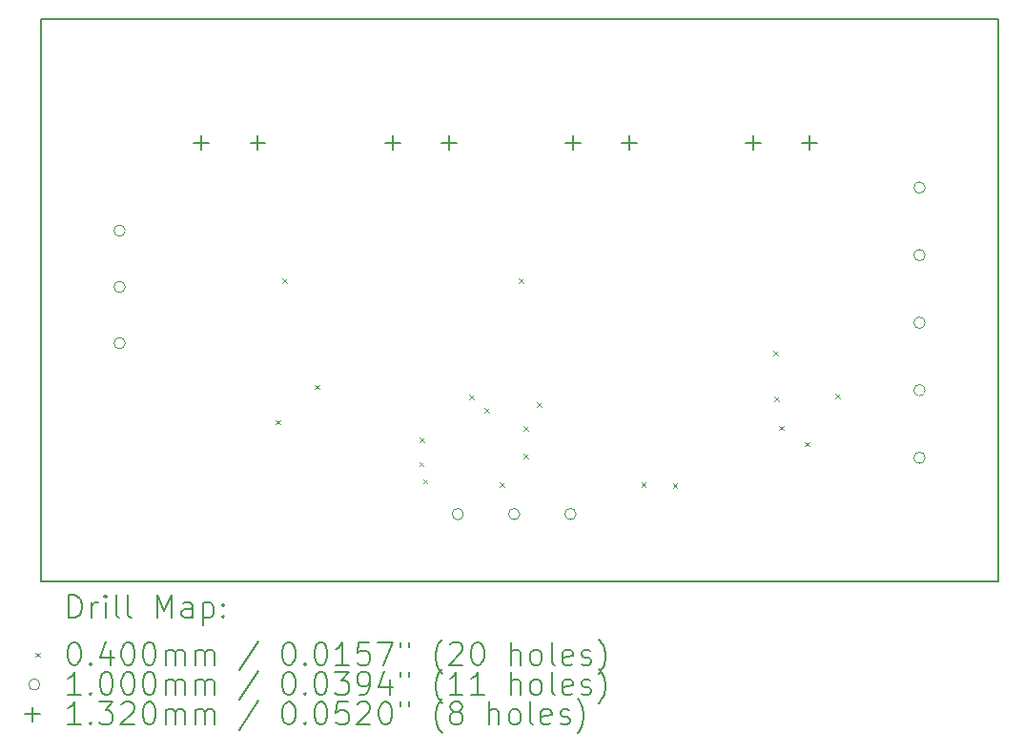
<source format=gbr>
%FSLAX45Y45*%
G04 Gerber Fmt 4.5, Leading zero omitted, Abs format (unit mm)*
G04 Created by KiCad (PCBNEW (6.0.1)) date 2022-03-07 20:23:28*
%MOMM*%
%LPD*%
G01*
G04 APERTURE LIST*
%TA.AperFunction,Profile*%
%ADD10C,0.200000*%
%TD*%
%ADD11C,0.200000*%
%ADD12C,0.040000*%
%ADD13C,0.100000*%
%ADD14C,0.132000*%
G04 APERTURE END LIST*
D10*
X8550000Y-7790000D02*
X17050000Y-7790000D01*
X17050000Y-7790000D02*
X17050000Y-12790000D01*
X17050000Y-12790000D02*
X8550000Y-12790000D01*
X8550000Y-12790000D02*
X8550000Y-7790000D01*
D11*
D12*
X10632000Y-11355000D02*
X10672000Y-11395000D01*
X10672000Y-11355000D02*
X10632000Y-11395000D01*
X10690000Y-10100000D02*
X10730000Y-10140000D01*
X10730000Y-10100000D02*
X10690000Y-10140000D01*
X10980000Y-11040000D02*
X11020000Y-11080000D01*
X11020000Y-11040000D02*
X10980000Y-11080000D01*
X11906000Y-11728000D02*
X11946000Y-11768000D01*
X11946000Y-11728000D02*
X11906000Y-11768000D01*
X11909000Y-11512000D02*
X11949000Y-11552000D01*
X11949000Y-11512000D02*
X11909000Y-11552000D01*
X11940000Y-11880000D02*
X11980000Y-11920000D01*
X11980000Y-11880000D02*
X11940000Y-11920000D01*
X12350000Y-11130000D02*
X12390000Y-11170000D01*
X12390000Y-11130000D02*
X12350000Y-11170000D01*
X12490000Y-11250000D02*
X12530000Y-11290000D01*
X12530000Y-11250000D02*
X12490000Y-11290000D01*
X12620000Y-11910000D02*
X12660000Y-11950000D01*
X12660000Y-11910000D02*
X12620000Y-11950000D01*
X12790000Y-10100000D02*
X12830000Y-10140000D01*
X12830000Y-10100000D02*
X12790000Y-10140000D01*
X12834000Y-11410000D02*
X12874000Y-11450000D01*
X12874000Y-11410000D02*
X12834000Y-11450000D01*
X12835000Y-11658000D02*
X12875000Y-11698000D01*
X12875000Y-11658000D02*
X12835000Y-11698000D01*
X12950000Y-11200000D02*
X12990000Y-11240000D01*
X12990000Y-11200000D02*
X12950000Y-11240000D01*
X13880000Y-11910000D02*
X13920000Y-11950000D01*
X13920000Y-11910000D02*
X13880000Y-11950000D01*
X14160000Y-11920000D02*
X14200000Y-11960000D01*
X14200000Y-11920000D02*
X14160000Y-11960000D01*
X15050000Y-10740000D02*
X15090000Y-10780000D01*
X15090000Y-10740000D02*
X15050000Y-10780000D01*
X15060000Y-11150000D02*
X15100000Y-11190000D01*
X15100000Y-11150000D02*
X15060000Y-11190000D01*
X15102000Y-11405000D02*
X15142000Y-11445000D01*
X15142000Y-11405000D02*
X15102000Y-11445000D01*
X15330000Y-11550000D02*
X15370000Y-11590000D01*
X15370000Y-11550000D02*
X15330000Y-11590000D01*
X15600000Y-11120000D02*
X15640000Y-11160000D01*
X15640000Y-11120000D02*
X15600000Y-11160000D01*
D13*
X9296000Y-9672000D02*
G75*
G03*
X9296000Y-9672000I-50000J0D01*
G01*
X9296000Y-10172000D02*
G75*
G03*
X9296000Y-10172000I-50000J0D01*
G01*
X9296000Y-10672000D02*
G75*
G03*
X9296000Y-10672000I-50000J0D01*
G01*
X12300000Y-12190000D02*
G75*
G03*
X12300000Y-12190000I-50000J0D01*
G01*
X12800000Y-12190000D02*
G75*
G03*
X12800000Y-12190000I-50000J0D01*
G01*
X13300000Y-12190000D02*
G75*
G03*
X13300000Y-12190000I-50000J0D01*
G01*
X16400000Y-9290000D02*
G75*
G03*
X16400000Y-9290000I-50000J0D01*
G01*
X16400000Y-9890000D02*
G75*
G03*
X16400000Y-9890000I-50000J0D01*
G01*
X16400000Y-10490000D02*
G75*
G03*
X16400000Y-10490000I-50000J0D01*
G01*
X16400000Y-11090000D02*
G75*
G03*
X16400000Y-11090000I-50000J0D01*
G01*
X16400000Y-11690000D02*
G75*
G03*
X16400000Y-11690000I-50000J0D01*
G01*
D14*
X9973500Y-8824000D02*
X9973500Y-8956000D01*
X9907500Y-8890000D02*
X10039500Y-8890000D01*
X10473500Y-8824000D02*
X10473500Y-8956000D01*
X10407500Y-8890000D02*
X10539500Y-8890000D01*
X11673500Y-8824000D02*
X11673500Y-8956000D01*
X11607500Y-8890000D02*
X11739500Y-8890000D01*
X12173500Y-8824000D02*
X12173500Y-8956000D01*
X12107500Y-8890000D02*
X12239500Y-8890000D01*
X13273500Y-8824000D02*
X13273500Y-8956000D01*
X13207500Y-8890000D02*
X13339500Y-8890000D01*
X13773500Y-8824000D02*
X13773500Y-8956000D01*
X13707500Y-8890000D02*
X13839500Y-8890000D01*
X14873500Y-8824000D02*
X14873500Y-8956000D01*
X14807500Y-8890000D02*
X14939500Y-8890000D01*
X15373500Y-8824000D02*
X15373500Y-8956000D01*
X15307500Y-8890000D02*
X15439500Y-8890000D01*
D11*
X8797619Y-13110476D02*
X8797619Y-12910476D01*
X8845238Y-12910476D01*
X8873810Y-12920000D01*
X8892857Y-12939048D01*
X8902381Y-12958095D01*
X8911905Y-12996190D01*
X8911905Y-13024762D01*
X8902381Y-13062857D01*
X8892857Y-13081905D01*
X8873810Y-13100952D01*
X8845238Y-13110476D01*
X8797619Y-13110476D01*
X8997619Y-13110476D02*
X8997619Y-12977143D01*
X8997619Y-13015238D02*
X9007143Y-12996190D01*
X9016667Y-12986667D01*
X9035714Y-12977143D01*
X9054762Y-12977143D01*
X9121429Y-13110476D02*
X9121429Y-12977143D01*
X9121429Y-12910476D02*
X9111905Y-12920000D01*
X9121429Y-12929524D01*
X9130952Y-12920000D01*
X9121429Y-12910476D01*
X9121429Y-12929524D01*
X9245238Y-13110476D02*
X9226190Y-13100952D01*
X9216667Y-13081905D01*
X9216667Y-12910476D01*
X9350000Y-13110476D02*
X9330952Y-13100952D01*
X9321429Y-13081905D01*
X9321429Y-12910476D01*
X9578571Y-13110476D02*
X9578571Y-12910476D01*
X9645238Y-13053333D01*
X9711905Y-12910476D01*
X9711905Y-13110476D01*
X9892857Y-13110476D02*
X9892857Y-13005714D01*
X9883333Y-12986667D01*
X9864286Y-12977143D01*
X9826190Y-12977143D01*
X9807143Y-12986667D01*
X9892857Y-13100952D02*
X9873810Y-13110476D01*
X9826190Y-13110476D01*
X9807143Y-13100952D01*
X9797619Y-13081905D01*
X9797619Y-13062857D01*
X9807143Y-13043809D01*
X9826190Y-13034286D01*
X9873810Y-13034286D01*
X9892857Y-13024762D01*
X9988095Y-12977143D02*
X9988095Y-13177143D01*
X9988095Y-12986667D02*
X10007143Y-12977143D01*
X10045238Y-12977143D01*
X10064286Y-12986667D01*
X10073810Y-12996190D01*
X10083333Y-13015238D01*
X10083333Y-13072381D01*
X10073810Y-13091428D01*
X10064286Y-13100952D01*
X10045238Y-13110476D01*
X10007143Y-13110476D01*
X9988095Y-13100952D01*
X10169048Y-13091428D02*
X10178571Y-13100952D01*
X10169048Y-13110476D01*
X10159524Y-13100952D01*
X10169048Y-13091428D01*
X10169048Y-13110476D01*
X10169048Y-12986667D02*
X10178571Y-12996190D01*
X10169048Y-13005714D01*
X10159524Y-12996190D01*
X10169048Y-12986667D01*
X10169048Y-13005714D01*
D12*
X8500000Y-13420000D02*
X8540000Y-13460000D01*
X8540000Y-13420000D02*
X8500000Y-13460000D01*
D11*
X8835714Y-13330476D02*
X8854762Y-13330476D01*
X8873810Y-13340000D01*
X8883333Y-13349524D01*
X8892857Y-13368571D01*
X8902381Y-13406667D01*
X8902381Y-13454286D01*
X8892857Y-13492381D01*
X8883333Y-13511428D01*
X8873810Y-13520952D01*
X8854762Y-13530476D01*
X8835714Y-13530476D01*
X8816667Y-13520952D01*
X8807143Y-13511428D01*
X8797619Y-13492381D01*
X8788095Y-13454286D01*
X8788095Y-13406667D01*
X8797619Y-13368571D01*
X8807143Y-13349524D01*
X8816667Y-13340000D01*
X8835714Y-13330476D01*
X8988095Y-13511428D02*
X8997619Y-13520952D01*
X8988095Y-13530476D01*
X8978571Y-13520952D01*
X8988095Y-13511428D01*
X8988095Y-13530476D01*
X9169048Y-13397143D02*
X9169048Y-13530476D01*
X9121429Y-13320952D02*
X9073810Y-13463809D01*
X9197619Y-13463809D01*
X9311905Y-13330476D02*
X9330952Y-13330476D01*
X9350000Y-13340000D01*
X9359524Y-13349524D01*
X9369048Y-13368571D01*
X9378571Y-13406667D01*
X9378571Y-13454286D01*
X9369048Y-13492381D01*
X9359524Y-13511428D01*
X9350000Y-13520952D01*
X9330952Y-13530476D01*
X9311905Y-13530476D01*
X9292857Y-13520952D01*
X9283333Y-13511428D01*
X9273810Y-13492381D01*
X9264286Y-13454286D01*
X9264286Y-13406667D01*
X9273810Y-13368571D01*
X9283333Y-13349524D01*
X9292857Y-13340000D01*
X9311905Y-13330476D01*
X9502381Y-13330476D02*
X9521429Y-13330476D01*
X9540476Y-13340000D01*
X9550000Y-13349524D01*
X9559524Y-13368571D01*
X9569048Y-13406667D01*
X9569048Y-13454286D01*
X9559524Y-13492381D01*
X9550000Y-13511428D01*
X9540476Y-13520952D01*
X9521429Y-13530476D01*
X9502381Y-13530476D01*
X9483333Y-13520952D01*
X9473810Y-13511428D01*
X9464286Y-13492381D01*
X9454762Y-13454286D01*
X9454762Y-13406667D01*
X9464286Y-13368571D01*
X9473810Y-13349524D01*
X9483333Y-13340000D01*
X9502381Y-13330476D01*
X9654762Y-13530476D02*
X9654762Y-13397143D01*
X9654762Y-13416190D02*
X9664286Y-13406667D01*
X9683333Y-13397143D01*
X9711905Y-13397143D01*
X9730952Y-13406667D01*
X9740476Y-13425714D01*
X9740476Y-13530476D01*
X9740476Y-13425714D02*
X9750000Y-13406667D01*
X9769048Y-13397143D01*
X9797619Y-13397143D01*
X9816667Y-13406667D01*
X9826190Y-13425714D01*
X9826190Y-13530476D01*
X9921429Y-13530476D02*
X9921429Y-13397143D01*
X9921429Y-13416190D02*
X9930952Y-13406667D01*
X9950000Y-13397143D01*
X9978571Y-13397143D01*
X9997619Y-13406667D01*
X10007143Y-13425714D01*
X10007143Y-13530476D01*
X10007143Y-13425714D02*
X10016667Y-13406667D01*
X10035714Y-13397143D01*
X10064286Y-13397143D01*
X10083333Y-13406667D01*
X10092857Y-13425714D01*
X10092857Y-13530476D01*
X10483333Y-13320952D02*
X10311905Y-13578095D01*
X10740476Y-13330476D02*
X10759524Y-13330476D01*
X10778571Y-13340000D01*
X10788095Y-13349524D01*
X10797619Y-13368571D01*
X10807143Y-13406667D01*
X10807143Y-13454286D01*
X10797619Y-13492381D01*
X10788095Y-13511428D01*
X10778571Y-13520952D01*
X10759524Y-13530476D01*
X10740476Y-13530476D01*
X10721429Y-13520952D01*
X10711905Y-13511428D01*
X10702381Y-13492381D01*
X10692857Y-13454286D01*
X10692857Y-13406667D01*
X10702381Y-13368571D01*
X10711905Y-13349524D01*
X10721429Y-13340000D01*
X10740476Y-13330476D01*
X10892857Y-13511428D02*
X10902381Y-13520952D01*
X10892857Y-13530476D01*
X10883333Y-13520952D01*
X10892857Y-13511428D01*
X10892857Y-13530476D01*
X11026190Y-13330476D02*
X11045238Y-13330476D01*
X11064286Y-13340000D01*
X11073810Y-13349524D01*
X11083333Y-13368571D01*
X11092857Y-13406667D01*
X11092857Y-13454286D01*
X11083333Y-13492381D01*
X11073810Y-13511428D01*
X11064286Y-13520952D01*
X11045238Y-13530476D01*
X11026190Y-13530476D01*
X11007143Y-13520952D01*
X10997619Y-13511428D01*
X10988095Y-13492381D01*
X10978571Y-13454286D01*
X10978571Y-13406667D01*
X10988095Y-13368571D01*
X10997619Y-13349524D01*
X11007143Y-13340000D01*
X11026190Y-13330476D01*
X11283333Y-13530476D02*
X11169048Y-13530476D01*
X11226190Y-13530476D02*
X11226190Y-13330476D01*
X11207143Y-13359048D01*
X11188095Y-13378095D01*
X11169048Y-13387619D01*
X11464286Y-13330476D02*
X11369048Y-13330476D01*
X11359524Y-13425714D01*
X11369048Y-13416190D01*
X11388095Y-13406667D01*
X11435714Y-13406667D01*
X11454762Y-13416190D01*
X11464286Y-13425714D01*
X11473809Y-13444762D01*
X11473809Y-13492381D01*
X11464286Y-13511428D01*
X11454762Y-13520952D01*
X11435714Y-13530476D01*
X11388095Y-13530476D01*
X11369048Y-13520952D01*
X11359524Y-13511428D01*
X11540476Y-13330476D02*
X11673809Y-13330476D01*
X11588095Y-13530476D01*
X11740476Y-13330476D02*
X11740476Y-13368571D01*
X11816667Y-13330476D02*
X11816667Y-13368571D01*
X12111905Y-13606667D02*
X12102381Y-13597143D01*
X12083333Y-13568571D01*
X12073809Y-13549524D01*
X12064286Y-13520952D01*
X12054762Y-13473333D01*
X12054762Y-13435238D01*
X12064286Y-13387619D01*
X12073809Y-13359048D01*
X12083333Y-13340000D01*
X12102381Y-13311428D01*
X12111905Y-13301905D01*
X12178571Y-13349524D02*
X12188095Y-13340000D01*
X12207143Y-13330476D01*
X12254762Y-13330476D01*
X12273809Y-13340000D01*
X12283333Y-13349524D01*
X12292857Y-13368571D01*
X12292857Y-13387619D01*
X12283333Y-13416190D01*
X12169048Y-13530476D01*
X12292857Y-13530476D01*
X12416667Y-13330476D02*
X12435714Y-13330476D01*
X12454762Y-13340000D01*
X12464286Y-13349524D01*
X12473809Y-13368571D01*
X12483333Y-13406667D01*
X12483333Y-13454286D01*
X12473809Y-13492381D01*
X12464286Y-13511428D01*
X12454762Y-13520952D01*
X12435714Y-13530476D01*
X12416667Y-13530476D01*
X12397619Y-13520952D01*
X12388095Y-13511428D01*
X12378571Y-13492381D01*
X12369048Y-13454286D01*
X12369048Y-13406667D01*
X12378571Y-13368571D01*
X12388095Y-13349524D01*
X12397619Y-13340000D01*
X12416667Y-13330476D01*
X12721428Y-13530476D02*
X12721428Y-13330476D01*
X12807143Y-13530476D02*
X12807143Y-13425714D01*
X12797619Y-13406667D01*
X12778571Y-13397143D01*
X12750000Y-13397143D01*
X12730952Y-13406667D01*
X12721428Y-13416190D01*
X12930952Y-13530476D02*
X12911905Y-13520952D01*
X12902381Y-13511428D01*
X12892857Y-13492381D01*
X12892857Y-13435238D01*
X12902381Y-13416190D01*
X12911905Y-13406667D01*
X12930952Y-13397143D01*
X12959524Y-13397143D01*
X12978571Y-13406667D01*
X12988095Y-13416190D01*
X12997619Y-13435238D01*
X12997619Y-13492381D01*
X12988095Y-13511428D01*
X12978571Y-13520952D01*
X12959524Y-13530476D01*
X12930952Y-13530476D01*
X13111905Y-13530476D02*
X13092857Y-13520952D01*
X13083333Y-13501905D01*
X13083333Y-13330476D01*
X13264286Y-13520952D02*
X13245238Y-13530476D01*
X13207143Y-13530476D01*
X13188095Y-13520952D01*
X13178571Y-13501905D01*
X13178571Y-13425714D01*
X13188095Y-13406667D01*
X13207143Y-13397143D01*
X13245238Y-13397143D01*
X13264286Y-13406667D01*
X13273809Y-13425714D01*
X13273809Y-13444762D01*
X13178571Y-13463809D01*
X13350000Y-13520952D02*
X13369048Y-13530476D01*
X13407143Y-13530476D01*
X13426190Y-13520952D01*
X13435714Y-13501905D01*
X13435714Y-13492381D01*
X13426190Y-13473333D01*
X13407143Y-13463809D01*
X13378571Y-13463809D01*
X13359524Y-13454286D01*
X13350000Y-13435238D01*
X13350000Y-13425714D01*
X13359524Y-13406667D01*
X13378571Y-13397143D01*
X13407143Y-13397143D01*
X13426190Y-13406667D01*
X13502381Y-13606667D02*
X13511905Y-13597143D01*
X13530952Y-13568571D01*
X13540476Y-13549524D01*
X13550000Y-13520952D01*
X13559524Y-13473333D01*
X13559524Y-13435238D01*
X13550000Y-13387619D01*
X13540476Y-13359048D01*
X13530952Y-13340000D01*
X13511905Y-13311428D01*
X13502381Y-13301905D01*
D13*
X8540000Y-13704000D02*
G75*
G03*
X8540000Y-13704000I-50000J0D01*
G01*
D11*
X8902381Y-13794476D02*
X8788095Y-13794476D01*
X8845238Y-13794476D02*
X8845238Y-13594476D01*
X8826190Y-13623048D01*
X8807143Y-13642095D01*
X8788095Y-13651619D01*
X8988095Y-13775428D02*
X8997619Y-13784952D01*
X8988095Y-13794476D01*
X8978571Y-13784952D01*
X8988095Y-13775428D01*
X8988095Y-13794476D01*
X9121429Y-13594476D02*
X9140476Y-13594476D01*
X9159524Y-13604000D01*
X9169048Y-13613524D01*
X9178571Y-13632571D01*
X9188095Y-13670667D01*
X9188095Y-13718286D01*
X9178571Y-13756381D01*
X9169048Y-13775428D01*
X9159524Y-13784952D01*
X9140476Y-13794476D01*
X9121429Y-13794476D01*
X9102381Y-13784952D01*
X9092857Y-13775428D01*
X9083333Y-13756381D01*
X9073810Y-13718286D01*
X9073810Y-13670667D01*
X9083333Y-13632571D01*
X9092857Y-13613524D01*
X9102381Y-13604000D01*
X9121429Y-13594476D01*
X9311905Y-13594476D02*
X9330952Y-13594476D01*
X9350000Y-13604000D01*
X9359524Y-13613524D01*
X9369048Y-13632571D01*
X9378571Y-13670667D01*
X9378571Y-13718286D01*
X9369048Y-13756381D01*
X9359524Y-13775428D01*
X9350000Y-13784952D01*
X9330952Y-13794476D01*
X9311905Y-13794476D01*
X9292857Y-13784952D01*
X9283333Y-13775428D01*
X9273810Y-13756381D01*
X9264286Y-13718286D01*
X9264286Y-13670667D01*
X9273810Y-13632571D01*
X9283333Y-13613524D01*
X9292857Y-13604000D01*
X9311905Y-13594476D01*
X9502381Y-13594476D02*
X9521429Y-13594476D01*
X9540476Y-13604000D01*
X9550000Y-13613524D01*
X9559524Y-13632571D01*
X9569048Y-13670667D01*
X9569048Y-13718286D01*
X9559524Y-13756381D01*
X9550000Y-13775428D01*
X9540476Y-13784952D01*
X9521429Y-13794476D01*
X9502381Y-13794476D01*
X9483333Y-13784952D01*
X9473810Y-13775428D01*
X9464286Y-13756381D01*
X9454762Y-13718286D01*
X9454762Y-13670667D01*
X9464286Y-13632571D01*
X9473810Y-13613524D01*
X9483333Y-13604000D01*
X9502381Y-13594476D01*
X9654762Y-13794476D02*
X9654762Y-13661143D01*
X9654762Y-13680190D02*
X9664286Y-13670667D01*
X9683333Y-13661143D01*
X9711905Y-13661143D01*
X9730952Y-13670667D01*
X9740476Y-13689714D01*
X9740476Y-13794476D01*
X9740476Y-13689714D02*
X9750000Y-13670667D01*
X9769048Y-13661143D01*
X9797619Y-13661143D01*
X9816667Y-13670667D01*
X9826190Y-13689714D01*
X9826190Y-13794476D01*
X9921429Y-13794476D02*
X9921429Y-13661143D01*
X9921429Y-13680190D02*
X9930952Y-13670667D01*
X9950000Y-13661143D01*
X9978571Y-13661143D01*
X9997619Y-13670667D01*
X10007143Y-13689714D01*
X10007143Y-13794476D01*
X10007143Y-13689714D02*
X10016667Y-13670667D01*
X10035714Y-13661143D01*
X10064286Y-13661143D01*
X10083333Y-13670667D01*
X10092857Y-13689714D01*
X10092857Y-13794476D01*
X10483333Y-13584952D02*
X10311905Y-13842095D01*
X10740476Y-13594476D02*
X10759524Y-13594476D01*
X10778571Y-13604000D01*
X10788095Y-13613524D01*
X10797619Y-13632571D01*
X10807143Y-13670667D01*
X10807143Y-13718286D01*
X10797619Y-13756381D01*
X10788095Y-13775428D01*
X10778571Y-13784952D01*
X10759524Y-13794476D01*
X10740476Y-13794476D01*
X10721429Y-13784952D01*
X10711905Y-13775428D01*
X10702381Y-13756381D01*
X10692857Y-13718286D01*
X10692857Y-13670667D01*
X10702381Y-13632571D01*
X10711905Y-13613524D01*
X10721429Y-13604000D01*
X10740476Y-13594476D01*
X10892857Y-13775428D02*
X10902381Y-13784952D01*
X10892857Y-13794476D01*
X10883333Y-13784952D01*
X10892857Y-13775428D01*
X10892857Y-13794476D01*
X11026190Y-13594476D02*
X11045238Y-13594476D01*
X11064286Y-13604000D01*
X11073810Y-13613524D01*
X11083333Y-13632571D01*
X11092857Y-13670667D01*
X11092857Y-13718286D01*
X11083333Y-13756381D01*
X11073810Y-13775428D01*
X11064286Y-13784952D01*
X11045238Y-13794476D01*
X11026190Y-13794476D01*
X11007143Y-13784952D01*
X10997619Y-13775428D01*
X10988095Y-13756381D01*
X10978571Y-13718286D01*
X10978571Y-13670667D01*
X10988095Y-13632571D01*
X10997619Y-13613524D01*
X11007143Y-13604000D01*
X11026190Y-13594476D01*
X11159524Y-13594476D02*
X11283333Y-13594476D01*
X11216667Y-13670667D01*
X11245238Y-13670667D01*
X11264286Y-13680190D01*
X11273809Y-13689714D01*
X11283333Y-13708762D01*
X11283333Y-13756381D01*
X11273809Y-13775428D01*
X11264286Y-13784952D01*
X11245238Y-13794476D01*
X11188095Y-13794476D01*
X11169048Y-13784952D01*
X11159524Y-13775428D01*
X11378571Y-13794476D02*
X11416667Y-13794476D01*
X11435714Y-13784952D01*
X11445238Y-13775428D01*
X11464286Y-13746857D01*
X11473809Y-13708762D01*
X11473809Y-13632571D01*
X11464286Y-13613524D01*
X11454762Y-13604000D01*
X11435714Y-13594476D01*
X11397619Y-13594476D01*
X11378571Y-13604000D01*
X11369048Y-13613524D01*
X11359524Y-13632571D01*
X11359524Y-13680190D01*
X11369048Y-13699238D01*
X11378571Y-13708762D01*
X11397619Y-13718286D01*
X11435714Y-13718286D01*
X11454762Y-13708762D01*
X11464286Y-13699238D01*
X11473809Y-13680190D01*
X11645238Y-13661143D02*
X11645238Y-13794476D01*
X11597619Y-13584952D02*
X11550000Y-13727809D01*
X11673809Y-13727809D01*
X11740476Y-13594476D02*
X11740476Y-13632571D01*
X11816667Y-13594476D02*
X11816667Y-13632571D01*
X12111905Y-13870667D02*
X12102381Y-13861143D01*
X12083333Y-13832571D01*
X12073809Y-13813524D01*
X12064286Y-13784952D01*
X12054762Y-13737333D01*
X12054762Y-13699238D01*
X12064286Y-13651619D01*
X12073809Y-13623048D01*
X12083333Y-13604000D01*
X12102381Y-13575428D01*
X12111905Y-13565905D01*
X12292857Y-13794476D02*
X12178571Y-13794476D01*
X12235714Y-13794476D02*
X12235714Y-13594476D01*
X12216667Y-13623048D01*
X12197619Y-13642095D01*
X12178571Y-13651619D01*
X12483333Y-13794476D02*
X12369048Y-13794476D01*
X12426190Y-13794476D02*
X12426190Y-13594476D01*
X12407143Y-13623048D01*
X12388095Y-13642095D01*
X12369048Y-13651619D01*
X12721428Y-13794476D02*
X12721428Y-13594476D01*
X12807143Y-13794476D02*
X12807143Y-13689714D01*
X12797619Y-13670667D01*
X12778571Y-13661143D01*
X12750000Y-13661143D01*
X12730952Y-13670667D01*
X12721428Y-13680190D01*
X12930952Y-13794476D02*
X12911905Y-13784952D01*
X12902381Y-13775428D01*
X12892857Y-13756381D01*
X12892857Y-13699238D01*
X12902381Y-13680190D01*
X12911905Y-13670667D01*
X12930952Y-13661143D01*
X12959524Y-13661143D01*
X12978571Y-13670667D01*
X12988095Y-13680190D01*
X12997619Y-13699238D01*
X12997619Y-13756381D01*
X12988095Y-13775428D01*
X12978571Y-13784952D01*
X12959524Y-13794476D01*
X12930952Y-13794476D01*
X13111905Y-13794476D02*
X13092857Y-13784952D01*
X13083333Y-13765905D01*
X13083333Y-13594476D01*
X13264286Y-13784952D02*
X13245238Y-13794476D01*
X13207143Y-13794476D01*
X13188095Y-13784952D01*
X13178571Y-13765905D01*
X13178571Y-13689714D01*
X13188095Y-13670667D01*
X13207143Y-13661143D01*
X13245238Y-13661143D01*
X13264286Y-13670667D01*
X13273809Y-13689714D01*
X13273809Y-13708762D01*
X13178571Y-13727809D01*
X13350000Y-13784952D02*
X13369048Y-13794476D01*
X13407143Y-13794476D01*
X13426190Y-13784952D01*
X13435714Y-13765905D01*
X13435714Y-13756381D01*
X13426190Y-13737333D01*
X13407143Y-13727809D01*
X13378571Y-13727809D01*
X13359524Y-13718286D01*
X13350000Y-13699238D01*
X13350000Y-13689714D01*
X13359524Y-13670667D01*
X13378571Y-13661143D01*
X13407143Y-13661143D01*
X13426190Y-13670667D01*
X13502381Y-13870667D02*
X13511905Y-13861143D01*
X13530952Y-13832571D01*
X13540476Y-13813524D01*
X13550000Y-13784952D01*
X13559524Y-13737333D01*
X13559524Y-13699238D01*
X13550000Y-13651619D01*
X13540476Y-13623048D01*
X13530952Y-13604000D01*
X13511905Y-13575428D01*
X13502381Y-13565905D01*
D14*
X8474000Y-13902000D02*
X8474000Y-14034000D01*
X8408000Y-13968000D02*
X8540000Y-13968000D01*
D11*
X8902381Y-14058476D02*
X8788095Y-14058476D01*
X8845238Y-14058476D02*
X8845238Y-13858476D01*
X8826190Y-13887048D01*
X8807143Y-13906095D01*
X8788095Y-13915619D01*
X8988095Y-14039428D02*
X8997619Y-14048952D01*
X8988095Y-14058476D01*
X8978571Y-14048952D01*
X8988095Y-14039428D01*
X8988095Y-14058476D01*
X9064286Y-13858476D02*
X9188095Y-13858476D01*
X9121429Y-13934667D01*
X9150000Y-13934667D01*
X9169048Y-13944190D01*
X9178571Y-13953714D01*
X9188095Y-13972762D01*
X9188095Y-14020381D01*
X9178571Y-14039428D01*
X9169048Y-14048952D01*
X9150000Y-14058476D01*
X9092857Y-14058476D01*
X9073810Y-14048952D01*
X9064286Y-14039428D01*
X9264286Y-13877524D02*
X9273810Y-13868000D01*
X9292857Y-13858476D01*
X9340476Y-13858476D01*
X9359524Y-13868000D01*
X9369048Y-13877524D01*
X9378571Y-13896571D01*
X9378571Y-13915619D01*
X9369048Y-13944190D01*
X9254762Y-14058476D01*
X9378571Y-14058476D01*
X9502381Y-13858476D02*
X9521429Y-13858476D01*
X9540476Y-13868000D01*
X9550000Y-13877524D01*
X9559524Y-13896571D01*
X9569048Y-13934667D01*
X9569048Y-13982286D01*
X9559524Y-14020381D01*
X9550000Y-14039428D01*
X9540476Y-14048952D01*
X9521429Y-14058476D01*
X9502381Y-14058476D01*
X9483333Y-14048952D01*
X9473810Y-14039428D01*
X9464286Y-14020381D01*
X9454762Y-13982286D01*
X9454762Y-13934667D01*
X9464286Y-13896571D01*
X9473810Y-13877524D01*
X9483333Y-13868000D01*
X9502381Y-13858476D01*
X9654762Y-14058476D02*
X9654762Y-13925143D01*
X9654762Y-13944190D02*
X9664286Y-13934667D01*
X9683333Y-13925143D01*
X9711905Y-13925143D01*
X9730952Y-13934667D01*
X9740476Y-13953714D01*
X9740476Y-14058476D01*
X9740476Y-13953714D02*
X9750000Y-13934667D01*
X9769048Y-13925143D01*
X9797619Y-13925143D01*
X9816667Y-13934667D01*
X9826190Y-13953714D01*
X9826190Y-14058476D01*
X9921429Y-14058476D02*
X9921429Y-13925143D01*
X9921429Y-13944190D02*
X9930952Y-13934667D01*
X9950000Y-13925143D01*
X9978571Y-13925143D01*
X9997619Y-13934667D01*
X10007143Y-13953714D01*
X10007143Y-14058476D01*
X10007143Y-13953714D02*
X10016667Y-13934667D01*
X10035714Y-13925143D01*
X10064286Y-13925143D01*
X10083333Y-13934667D01*
X10092857Y-13953714D01*
X10092857Y-14058476D01*
X10483333Y-13848952D02*
X10311905Y-14106095D01*
X10740476Y-13858476D02*
X10759524Y-13858476D01*
X10778571Y-13868000D01*
X10788095Y-13877524D01*
X10797619Y-13896571D01*
X10807143Y-13934667D01*
X10807143Y-13982286D01*
X10797619Y-14020381D01*
X10788095Y-14039428D01*
X10778571Y-14048952D01*
X10759524Y-14058476D01*
X10740476Y-14058476D01*
X10721429Y-14048952D01*
X10711905Y-14039428D01*
X10702381Y-14020381D01*
X10692857Y-13982286D01*
X10692857Y-13934667D01*
X10702381Y-13896571D01*
X10711905Y-13877524D01*
X10721429Y-13868000D01*
X10740476Y-13858476D01*
X10892857Y-14039428D02*
X10902381Y-14048952D01*
X10892857Y-14058476D01*
X10883333Y-14048952D01*
X10892857Y-14039428D01*
X10892857Y-14058476D01*
X11026190Y-13858476D02*
X11045238Y-13858476D01*
X11064286Y-13868000D01*
X11073810Y-13877524D01*
X11083333Y-13896571D01*
X11092857Y-13934667D01*
X11092857Y-13982286D01*
X11083333Y-14020381D01*
X11073810Y-14039428D01*
X11064286Y-14048952D01*
X11045238Y-14058476D01*
X11026190Y-14058476D01*
X11007143Y-14048952D01*
X10997619Y-14039428D01*
X10988095Y-14020381D01*
X10978571Y-13982286D01*
X10978571Y-13934667D01*
X10988095Y-13896571D01*
X10997619Y-13877524D01*
X11007143Y-13868000D01*
X11026190Y-13858476D01*
X11273809Y-13858476D02*
X11178571Y-13858476D01*
X11169048Y-13953714D01*
X11178571Y-13944190D01*
X11197619Y-13934667D01*
X11245238Y-13934667D01*
X11264286Y-13944190D01*
X11273809Y-13953714D01*
X11283333Y-13972762D01*
X11283333Y-14020381D01*
X11273809Y-14039428D01*
X11264286Y-14048952D01*
X11245238Y-14058476D01*
X11197619Y-14058476D01*
X11178571Y-14048952D01*
X11169048Y-14039428D01*
X11359524Y-13877524D02*
X11369048Y-13868000D01*
X11388095Y-13858476D01*
X11435714Y-13858476D01*
X11454762Y-13868000D01*
X11464286Y-13877524D01*
X11473809Y-13896571D01*
X11473809Y-13915619D01*
X11464286Y-13944190D01*
X11350000Y-14058476D01*
X11473809Y-14058476D01*
X11597619Y-13858476D02*
X11616667Y-13858476D01*
X11635714Y-13868000D01*
X11645238Y-13877524D01*
X11654762Y-13896571D01*
X11664286Y-13934667D01*
X11664286Y-13982286D01*
X11654762Y-14020381D01*
X11645238Y-14039428D01*
X11635714Y-14048952D01*
X11616667Y-14058476D01*
X11597619Y-14058476D01*
X11578571Y-14048952D01*
X11569048Y-14039428D01*
X11559524Y-14020381D01*
X11550000Y-13982286D01*
X11550000Y-13934667D01*
X11559524Y-13896571D01*
X11569048Y-13877524D01*
X11578571Y-13868000D01*
X11597619Y-13858476D01*
X11740476Y-13858476D02*
X11740476Y-13896571D01*
X11816667Y-13858476D02*
X11816667Y-13896571D01*
X12111905Y-14134667D02*
X12102381Y-14125143D01*
X12083333Y-14096571D01*
X12073809Y-14077524D01*
X12064286Y-14048952D01*
X12054762Y-14001333D01*
X12054762Y-13963238D01*
X12064286Y-13915619D01*
X12073809Y-13887048D01*
X12083333Y-13868000D01*
X12102381Y-13839428D01*
X12111905Y-13829905D01*
X12216667Y-13944190D02*
X12197619Y-13934667D01*
X12188095Y-13925143D01*
X12178571Y-13906095D01*
X12178571Y-13896571D01*
X12188095Y-13877524D01*
X12197619Y-13868000D01*
X12216667Y-13858476D01*
X12254762Y-13858476D01*
X12273809Y-13868000D01*
X12283333Y-13877524D01*
X12292857Y-13896571D01*
X12292857Y-13906095D01*
X12283333Y-13925143D01*
X12273809Y-13934667D01*
X12254762Y-13944190D01*
X12216667Y-13944190D01*
X12197619Y-13953714D01*
X12188095Y-13963238D01*
X12178571Y-13982286D01*
X12178571Y-14020381D01*
X12188095Y-14039428D01*
X12197619Y-14048952D01*
X12216667Y-14058476D01*
X12254762Y-14058476D01*
X12273809Y-14048952D01*
X12283333Y-14039428D01*
X12292857Y-14020381D01*
X12292857Y-13982286D01*
X12283333Y-13963238D01*
X12273809Y-13953714D01*
X12254762Y-13944190D01*
X12530952Y-14058476D02*
X12530952Y-13858476D01*
X12616667Y-14058476D02*
X12616667Y-13953714D01*
X12607143Y-13934667D01*
X12588095Y-13925143D01*
X12559524Y-13925143D01*
X12540476Y-13934667D01*
X12530952Y-13944190D01*
X12740476Y-14058476D02*
X12721428Y-14048952D01*
X12711905Y-14039428D01*
X12702381Y-14020381D01*
X12702381Y-13963238D01*
X12711905Y-13944190D01*
X12721428Y-13934667D01*
X12740476Y-13925143D01*
X12769048Y-13925143D01*
X12788095Y-13934667D01*
X12797619Y-13944190D01*
X12807143Y-13963238D01*
X12807143Y-14020381D01*
X12797619Y-14039428D01*
X12788095Y-14048952D01*
X12769048Y-14058476D01*
X12740476Y-14058476D01*
X12921428Y-14058476D02*
X12902381Y-14048952D01*
X12892857Y-14029905D01*
X12892857Y-13858476D01*
X13073809Y-14048952D02*
X13054762Y-14058476D01*
X13016667Y-14058476D01*
X12997619Y-14048952D01*
X12988095Y-14029905D01*
X12988095Y-13953714D01*
X12997619Y-13934667D01*
X13016667Y-13925143D01*
X13054762Y-13925143D01*
X13073809Y-13934667D01*
X13083333Y-13953714D01*
X13083333Y-13972762D01*
X12988095Y-13991809D01*
X13159524Y-14048952D02*
X13178571Y-14058476D01*
X13216667Y-14058476D01*
X13235714Y-14048952D01*
X13245238Y-14029905D01*
X13245238Y-14020381D01*
X13235714Y-14001333D01*
X13216667Y-13991809D01*
X13188095Y-13991809D01*
X13169048Y-13982286D01*
X13159524Y-13963238D01*
X13159524Y-13953714D01*
X13169048Y-13934667D01*
X13188095Y-13925143D01*
X13216667Y-13925143D01*
X13235714Y-13934667D01*
X13311905Y-14134667D02*
X13321428Y-14125143D01*
X13340476Y-14096571D01*
X13350000Y-14077524D01*
X13359524Y-14048952D01*
X13369048Y-14001333D01*
X13369048Y-13963238D01*
X13359524Y-13915619D01*
X13350000Y-13887048D01*
X13340476Y-13868000D01*
X13321428Y-13839428D01*
X13311905Y-13829905D01*
M02*

</source>
